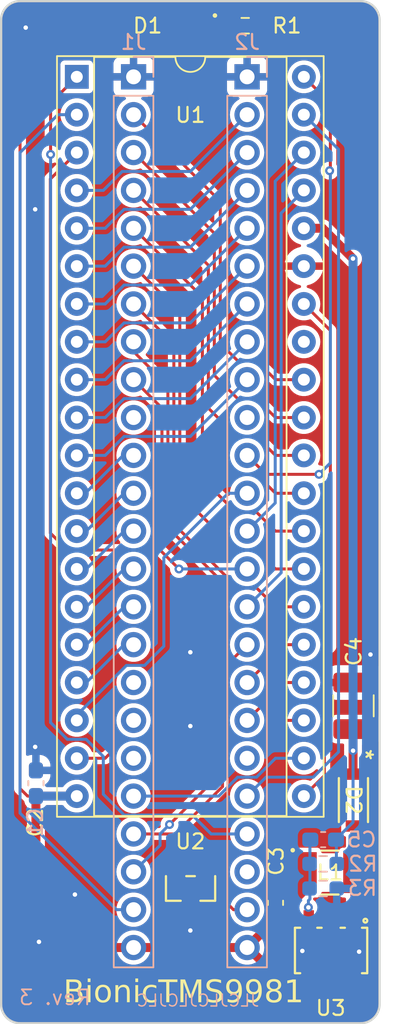
<source format=kicad_pcb>
(kicad_pcb (version 20240108) (generator "pcbnew") (generator_version "8.0")
  (title_block (title "BionicTMS9981 DC/DC") (date "2025-02-10") (rev "3") (company "Tadashi G. Takaoka"))
  (layers (0 "F.Cu" mixed) (31 "B.Cu" mixed) (34 "B.Paste" user) (35 "F.Paste" user) (36 "B.SilkS" user "B.Silkscreen") (37 "F.SilkS" user "F.Silkscreen") (38 "B.Mask" user) (39 "F.Mask" user) (44 "Edge.Cuts" user))
  (net 0 "")
  (net 1 "VCC")
  (net 2 "GND")
  (net 3 "/P53")
  (net 4 "/P26")
  (net 5 "/P27")
  (net 6 "/P47")
  (net 7 "/P46")
  (net 8 "/P25")
  (net 9 "/P24")
  (net 10 "/P23")
  (net 11 "/P22")
  (net 12 "/P21")
  (net 13 "/P20")
  (net 14 "/P34")
  (net 15 "/P35")
  (net 16 "/P17")
  (net 18 "/P16")
  (net 19 "/P15")
  (net 20 "/P40")
  (net 21 "/P14")
  (net 22 "/P13")
  (net 23 "/P42")
  (net 24 "/P12")
  (net 25 "/P11")
  (net 26 "/P10")
  (net 27 "/P33")
  (net 28 "/P32")
  (net 29 "/P31")
  (net 30 "/P30")
  (net 31 "/P51")
  (net 32 "/P55")
  (net 33 "/P43")
  (net 34 "/P50")
  (net 35 "/P52")
  (net 37 "Net-(D1-K)")
  (net 39 "/P44")
  (net 40 "/P41")
  (net 41 "/P54")
  (net 43 "/P45")
  (net 44 "Net-(J2-P57)")
  (net 47 "/dcdc+12v/+12V")
  (net 48 "Net-(U3-IN-)")
  (net 49 "Net-(D2-A)")
  (footprint "murata:IND_DFE322512F_MUR-M" (layer "F.Cu") (at 123.0726 128.4708)
    (property "Reference" "L1" (at 0 0 0) (layer "F.SilkS"))
    (property "Value" "10uH/3A")
    (fp_line (start -0.572151 1.4732) (end 0.572151 1.4732) (stroke (width 0.1524)) (layer "F.SilkS"))
    (fp_line (start 0.572151 -1.4732) (end -0.572151 -1.4732) (stroke (width 0.1524)) (layer "F.SilkS"))
    (fp_circle (center -2.5 -1.5) (end -2.4238 -1.5) (stroke (width 0.1524)) (fill none) (layer "F.SilkS"))
    (pad "1" smd rect (at -1.5748 0) (size 1.3716 2.7432) (layers "F.Cu" "F.Paste" "F.Mask") (net 1 "VCC"))
    (pad "2" smd rect (at 1.5748 0) (size 1.3716 2.7432) (layers "F.Cu" "F.Paste" "F.Mask") (net 49 "Net-(D2-A)"))
    (zone (net 0) (net_name "") (layer "F.Cu") (connect_pads (clearance 0)) (min_thickness 0.254)
      (keepout (tracks not_allowed) (vias not_allowed) (pads allowed) (copperpour not_allowed) (footprints allowed))
      (fill (thermal_gap 0.508) (thermal_bridge_width 0.508))
      (polygon (pts (xy 122.2344 127.1754) (xy 123.9108 127.1754) (xy 123.9108 129.7662) (xy 122.2344 129.7662)))
    )
  )
  (footprint "Resistor_SMD:R_0603_1608Metric_Pad0.98x0.95mm_HandSolder" (layer "F.Cu") (at 117.383 71.651)
    (property "Reference" "R1" (at 2.794 0 0) (layer "F.SilkS"))
    (property "Value" "1.6k")
    (fp_line (start -0.254724 -0.5225) (end 0.254724 -0.5225) (stroke (width 0.12)) (layer "F.SilkS"))
    (fp_line (start -0.254724 0.5225) (end 0.254724 0.5225) (stroke (width 0.12)) (layer "F.SilkS"))
    (pad "1" smd roundrect (at -0.9125 0) (size 0.975 0.95) (layers "F.Cu" "F.Paste" "F.Mask") (net 37 "Net-(D1-K)"))
    (pad "2" smd roundrect (at 0.9125 0) (size 0.975 0.95) (layers "F.Cu" "F.Paste" "F.Mask") (net 2 "GND"))
  )
  (footprint "rhom:LED_CSL1901UW1_ROM-M" (layer "F.Cu") (at 113.7 71.651 180)
    (property "Reference" "D1" (at 2.8702 0 0) (layer "F.SilkS"))
    (property "Value" "CSL1901UW1")
    (fp_circle (center -1.651 0.6858) (end -1.5748 0.6858) (stroke (width 0.1524)) (fill none) (layer "F.SilkS"))
    (pad "1" smd rect (at -0.8763 0 180) (size 0.9652 0.762) (layers "F.Cu" "F.Paste" "F.Mask") (net 37 "Net-(D1-K)"))
    (pad "2" smd rect (at 0.8763 0 180) (size 0.9652 0.762) (layers "F.Cu" "F.Paste" "F.Mask") (net 1 "VCC"))
    (zone (net 0) (net_name "") (layer "F.Cu") (connect_pads (clearance 0)) (min_thickness 0.254)
      (keepout (tracks not_allowed) (vias not_allowed) (pads allowed) (copperpour not_allowed) (footprints allowed))
      (fill (thermal_gap 0.508) (thermal_bridge_width 0.508))
      (polygon (pts (xy 114.0429 72.0066) (xy 113.3571 72.0066) (xy 113.3571 71.2954) (xy 114.0429 71.2954)))
    )
  )
  (footprint "nisshinbo:SOT-89-5_NMD-M" (layer "F.Cu") (at 123.1474 133.6982 180)
    (property "Reference" "U3" (at 0.0268 -3.8658 0) (layer "F.SilkS"))
    (property "Value" "NJW4132")
    (fp_line (start 2.4257 1.524) (end 2.4257 -1.524) (stroke (width 0.1524)) (layer "F.SilkS"))
    (fp_line (start 2.4257 -1.524) (end 2.07404 -1.524) (stroke (width 0.1524)) (layer "F.SilkS"))
    (fp_line (start 2.07404 1.524) (end 2.4257 1.524) (stroke (width 0.1524)) (layer "F.SilkS"))
    (fp_line (start 0.635665 1.524) (end 0.92596 1.524) (stroke (width 0.1524)) (layer "F.SilkS"))
    (fp_line (start -0.92596 1.524) (end -0.635665 1.524) (stroke (width 0.1524)) (layer "F.SilkS"))
    (fp_line (start -2.07404 -1.524) (end -2.4257 -1.524) (stroke (width 0.1524)) (layer "F.SilkS"))
    (fp_line (start -2.4257 1.524) (end -2.07404 1.524) (stroke (width 0.1524)) (layer "F.SilkS"))
    (fp_line (start -2.4257 -1.524) (end -2.4257 1.524) (stroke (width 0.1524)) (layer "F.SilkS"))
    (fp_circle (center -2.3 2) (end -2.173 2) (stroke (width 0.1524)) (fill none) (layer "F.SilkS"))
    (pad "1" smd rect (at -1.5 1.9 180) (size 0.7 1.6) (layers "F.Cu" "F.Paste" "F.Mask") (net 49 "Net-(D2-A)"))
    (pad "2" smd custom (at 0 -0.05 180) (size 1 5.5) (layers "F.Cu" "F.Paste" "F.Mask") (net 2 "GND") (options (clearance outline) (anchor rect)) (primitives (gr_poly (pts (xy -0.5 -1.05) (xy 0.5 -1.05) (xy 1 -0.35) (xy 1 0.45) (xy 0.5 1.15) (xy -0.5 1.15) (xy -1 0.45) (xy -1 -0.35)) (width 0) (fill yes))))
    (pad "3" smd rect (at 1.5 1.9 180) (size 0.7 1.6) (layers "F.Cu" "F.Paste" "F.Mask") (net 48 "Net-(U3-IN-)"))
    (pad "4" smd rect (at 1.5 -1.95 180) (size 0.7 1.7) (layers "F.Cu" "F.Paste" "F.Mask") (net 1 "VCC"))
    (pad "5" smd rect (at -1.5 -1.95 180) (size 0.7 1.7) (layers "F.Cu" "F.Paste" "F.Mask") (net 1 "VCC"))
  )
  (footprint "microchip:SOT-23_MC_MCH-M" (layer "F.Cu") (at 113.715199 129.5368 180)
    (property "Reference" "U2" (at 0.015199 3.1488 0) (layer "F.SilkS"))
    (property "Value" "11AA010-I/TT")
    (fp_line (start 1.652 0.827) (end 1.652 -0.827) (stroke (width 0.1524)) (layer "F.SilkS"))
    (fp_line (start 1.652 -0.827) (end 0.66294 -0.827) (stroke (width 0.1524)) (layer "F.SilkS"))
    (fp_line (start -0.287061 0.827) (end 0.287061 0.827) (stroke (width 0.1524)) (layer "F.SilkS"))
    (fp_line (start -0.66294 -0.827) (end -1.652 -0.827) (stroke (width 0.1524)) (layer "F.SilkS"))
    (fp_line (start -1.652 -0.827) (end -1.652 0.827) (stroke (width 0.1524)) (layer "F.SilkS"))
    (pad "1" smd rect (at -0.950001 1.066 180) (size 0.6604 1.6256) (layers "F.Cu" "F.Paste" "F.Mask") (net 44 "Net-(J2-P57)"))
    (pad "2" smd rect (at 0.950001 1.066 180) (size 0.6604 1.6256) (layers "F.Cu" "F.Paste" "F.Mask") (net 1 "VCC"))
    (pad "3" smd rect (at 0 -1.066 180) (size 0.6604 1.6256) (layers "F.Cu" "F.Paste" "F.Mask") (net 2 "GND"))
  )
  (footprint "bionic:DIP-40_W15.24mm_Socket" (layer "F.Cu") (at 106.08 75.08)
    (property "Reference" "U1" (at 7.62 2.5654 0) (layer "F.SilkS"))
    (property "Value" "TMS9981")
    (fp_line (start -1.33 -1.39) (end -1.33 49.65) (stroke (width 0.12)) (layer "F.SilkS"))
    (fp_line (start -1.33 49.65) (end 16.57 49.65) (stroke (width 0.12)) (layer "F.SilkS"))
    (fp_line (start 1.16 -1.33) (end 1.16 49.59) (stroke (width 0.12)) (layer "F.SilkS"))
    (fp_line (start 1.16 49.59) (end 14.08 49.59) (stroke (width 0.12)) (layer "F.SilkS"))
    (fp_line (start 6.62 -1.33) (end 1.16 -1.33) (stroke (width 0.12)) (layer "F.SilkS"))
    (fp_line (start 14.08 -1.33) (end 8.62 -1.33) (stroke (width 0.12)) (layer "F.SilkS"))
    (fp_line (start 14.08 49.59) (end 14.08 -1.33) (stroke (width 0.12)) (layer "F.SilkS"))
    (fp_line (start 16.57 -1.39) (end -1.33 -1.39) (stroke (width 0.12)) (layer "F.SilkS"))
    (fp_line (start 16.57 49.65) (end 16.57 -1.39) (stroke (width 0.12)) (layer "F.SilkS"))
    (fp_arc (start 8.62 -1.33) (mid 7.62 -0.33) (end 6.62 -1.33) (stroke (width 0.12)) (layer "F.SilkS"))
    (pad "1" thru_hole rect (at 0 0) (size 1.6 1.6) (drill 0.8) (layers "*.Cu" "*.Mask") (net 32 "/P55"))
    (pad "2" thru_hole oval (at 0 2.54) (size 1.6 1.6) (drill 0.8) (layers "*.Cu" "*.Mask") (net 3 "/P53"))
    (pad "3" thru_hole oval (at 0 5.08) (size 1.6 1.6) (drill 0.8) (layers "*.Cu" "*.Mask") (net 33 "/P43"))
    (pad "4" thru_hole oval (at 0 7.62) (size 1.6 1.6) (drill 0.8) (layers "*.Cu" "*.Mask") (net 13 "/P20"))
    (pad "5" thru_hole oval (at 0 10.16) (size 1.6 1.6) (drill 0.8) (layers "*.Cu" "*.Mask") (net 12 "/P21"))
    (pad "6" thru_hole oval (at 0 12.7) (size 1.6 1.6) (drill 0.8) (layers "*.Cu" "*.Mask") (net 11 "/P22"))
    (pad "7" thru_hole oval (at 0 15.24) (size 1.6 1.6) (drill 0.8) (layers "*.Cu" "*.Mask") (net 10 "/P23"))
    (pad "8" thru_hole oval (at 0 17.78) (size 1.6 1.6) (drill 0.8) (layers "*.Cu" "*.Mask") (net 9 "/P24"))
    (pad "9" thru_hole oval (at 0 20.32) (size 1.6 1.6) (drill 0.8) (layers "*.Cu" "*.Mask") (net 8 "/P25"))
    (pad "10" thru_hole oval (at 0 22.86) (size 1.6 1.6) (drill 0.8) (layers "*.Cu" "*.Mask") (net 4 "/P26"))
    (pad "11" thru_hole oval (at 0 25.4) (size 1.6 1.6) (drill 0.8) (layers "*.Cu" "*.Mask") (net 5 "/P27"))
    (pad "12" thru_hole oval (at 0 27.94) (size 1.6 1.6) (drill 0.8) (layers "*.Cu" "*.Mask") (net 30 "/P30"))
    (pad "13" thru_hole oval (at 0 30.48) (size 1.6 1.6) (drill 0.8) (layers "*.Cu" "*.Mask") (net 29 "/P31"))
    (pad "14" thru_hole oval (at 0 33.02) (size 1.6 1.6) (drill 0.8) (layers "*.Cu" "*.Mask") (net 28 "/P32"))
    (pad "15" thru_hole oval (at 0 35.56) (size 1.6 1.6) (drill 0.8) (layers "*.Cu" "*.Mask") (net 27 "/P33"))
    (pad "16" thru_hole oval (at 0 38.1) (size 1.6 1.6) (drill 0.8) (layers "*.Cu" "*.Mask") (net 14 "/P34"))
    (pad "17" thru_hole oval (at 0 40.64) (size 1.6 1.6) (drill 0.8) (layers "*.Cu" "*.Mask") (net 15 "/P35"))
    (pad "18" thru_hole oval (at 0 43.18) (size 1.6 1.6) (drill 0.8) (layers "*.Cu" "*.Mask") (net 40 "/P41"))
    (pad "19" thru_hole oval (at 0 45.72) (size 1.6 1.6) (drill 0.8) (layers "*.Cu" "*.Mask") (net 43 "/P45"))
    (pad "20" thru_hole oval (at 0 48.26) (size 1.6 1.6) (drill 0.8) (layers "*.Cu" "*.Mask") (net 1 "VCC"))
    (pad "21" thru_hole oval (at 15.24 48.26) (size 1.6 1.6) (drill 0.8) (layers "*.Cu" "*.Mask") (net 6 "/P47"))
    (pad "22" thru_hole oval (at 15.24 45.72) (size 1.6 1.6) (drill 0.8) (layers "*.Cu" "*.Mask") (net 34 "/P50"))
    (pad "23" thru_hole oval (at 15.24 43.18) (size 1.6 1.6) (drill 0.8) (layers "*.Cu" "*.Mask") (net 31 "/P51"))
    (pad "24" thru_hole oval (at 15.24 40.64) (size 1.6 1.6) (drill 0.8) (layers "*.Cu" "*.Mask") (net 35 "/P52"))
    (pad "25" thru_hole oval (at 15.24 38.1) (size 1.6 1.6) (drill 0.8) (layers "*.Cu" "*.Mask") (net 16 "/P17"))
    (pad "26" thru_hole oval (at 15.24 35.56) (size 1.6 1.6) (drill 0.8) (layers "*.Cu" "*.Mask") (net 18 "/P16"))
    (pad "27" thru_hole oval (at 15.24 33.02) (size 1.6 1.6) (drill 0.8) (layers "*.Cu" "*.Mask") (net 19 "/P15"))
    (pad "28" thru_hole oval (at 15.24 30.48) (size 1.6 1.6) (drill 0.8) (layers "*.Cu" "*.Mask") (net 21 "/P14"))
    (pad "29" thru_hole oval (at 15.24 27.94) (size 1.6 1.6) (drill 0.8) (layers "*.Cu" "*.Mask") (net 22 "/P13"))
    (pad "30" thru_hole oval (at 15.24 25.4) (size 1.6 1.6) (drill 0.8) (layers "*.Cu" "*.Mask") (net 24 "/P12"))
    (pad "31" thru_hole oval (at 15.24 22.86) (size 1.6 1.6) (drill 0.8) (layers "*.Cu" "*.Mask") (net 25 "/P11"))
    (pad "32" thru_hole oval (at 15.24 20.32) (size 1.6 1.6) (drill 0.8) (layers "*.Cu" "*.Mask") (net 26 "/P10"))
    (pad "33" thru_hole oval (at 15.24 17.78) (size 1.6 1.6) (drill 0.8) (layers "*.Cu" "*.Mask"))
    (pad "34" thru_hole oval (at 15.24 15.24) (size 1.6 1.6) (drill 0.8) (layers "*.Cu" "*.Mask") (net 7 "/P46"))
    (pad "35" thru_hole oval (at 15.24 12.7) (size 1.6 1.6) (drill 0.8) (layers "*.Cu" "*.Mask") (net 2 "GND"))
    (pad "36" thru_hole oval (at 15.24 10.16) (size 1.6 1.6) (drill 0.8) (layers "*.Cu" "*.Mask") (net 47 "/dcdc+12v/+12V"))
    (pad "37" thru_hole oval (at 15.24 7.62) (size 1.6 1.6) (drill 0.8) (layers "*.Cu" "*.Mask") (net 39 "/P44"))
    (pad "38" thru_hole oval (at 15.24 5.08) (size 1.6 1.6) (drill 0.8) (layers "*.Cu" "*.Mask") (net 23 "/P42"))
    (pad "39" thru_hole oval (at 15.24 2.54) (size 1.6 1.6) (drill 0.8) (layers "*.Cu" "*.Mask") (net 41 "/P54"))
    (pad "40" thru_hole oval (at 15.24 0) (size 1.6 1.6) (drill 0.8) (layers "*.Cu" "*.Mask") (net 20 "/P40"))
  )
  (footprint "Capacitor_SMD:C_0603_1608Metric_Pad1.08x0.95mm_HandSolder" (layer "F.Cu") (at 119.415 130.5017 90)
    (property "Reference" "C3" (at 2.7929 0.0254 90) (layer "F.SilkS"))
    (property "Value" "10uF/50V")
    (fp_line (start -0.146267 -0.51) (end 0.146267 -0.51) (stroke (width 0.12)) (layer "F.SilkS"))
    (fp_line (start -0.146267 0.51) (end 0.146267 0.51) (stroke (width 0.12)) (layer "F.SilkS"))
    (pad "1" smd roundrect (at -0.8625 0 90) (size 1.075 0.95) (layers "F.Cu" "F.Paste" "F.Mask") (net 1 "VCC"))
    (pad "2" smd roundrect (at 0.8625 0 90) (size 1.075 0.95) (layers "F.Cu" "F.Paste" "F.Mask") (net 2 "GND"))
  )
  (footprint "Capacitor_SMD:C_0603_1608Metric_Pad1.08x0.95mm_HandSolder" (layer "F.Cu") (at 103.3368 122.4764 90)
    (property "Reference" "C2" (at -2.6416 -0.0508 90) (layer "F.SilkS"))
    (property "Value" "0.1u")
    (fp_line (start -0.146267 -0.51) (end 0.146267 -0.51) (stroke (width 0.12)) (layer "F.SilkS"))
    (fp_line (start -0.146267 0.51) (end 0.146267 0.51) (stroke (width 0.12)) (layer "F.SilkS"))
    (pad "1" smd roundrect (at -0.8625 0 90) (size 1.075 0.95) (layers "F.Cu" "F.Paste" "F.Mask") (net 1 "VCC"))
    (pad "2" smd roundrect (at 0.8625 0 90) (size 1.075 0.95) (layers "F.Cu" "F.Paste" "F.Mask") (net 2 "GND"))
  )
  (footprint "murata:CR_60M-60_ROM-M" (layer "F.Cu") (at 124.6474 123.6067 -90)
    (property "Reference" "D2" (at 0 0 -90) (layer "F.SilkS"))
    (property "Value" "30V/1A")
    (fp_line (start -1.4732 0.9779) (end 1.4732 0.9779) (stroke (width 0.1524)) (layer "F.SilkS"))
    (fp_line (start 1.4732 -0.9779) (end -1.4732 -0.9779) (stroke (width 0.1524)) (layer "F.SilkS"))
    (fp_text user "*" (at -3.048 -0.762 -90) (layer "F.SilkS"))
    (pad "1" smd rect (at -1.7399 0 270) (size 0.762 1.0414) (layers "F.Cu" "F.Paste" "F.Mask") (net 47 "/dcdc+12v/+12V"))
    (pad "2" smd rect (at 1.7399 0 270) (size 0.762 1.0414) (layers "F.Cu" "F.Paste" "F.Mask") (net 49 "Net-(D2-A)"))
    (zone (net 0) (net_name "") (layer "F.Cu") (connect_pads (clearance 0)) (min_thickness 0.254)
      (keepout (tracks not_allowed) (vias not_allowed) (pads allowed) (copperpour not_allowed) (footprints allowed))
      (fill (thermal_gap 0.508) (thermal_bridge_width 0.508))
      (polygon (pts (xy 125.4475 122.2986) (xy 125.4475 124.9148) (xy 123.8473 124.9148) (xy 123.8473 122.2986)))
    )
  )
  (footprint "Capacitor_SMD:C_1210_3225Metric_Pad1.33x2.70mm_HandSolder" (layer "F.Cu") (at 124.6474 117.2825 90)
    (property "Reference" "C4" (at 3.6445 0.0254 90) (layer "F.SilkS"))
    (property "Value" "22uF/16V")
    (fp_line (start -0.711252 -1.36) (end 0.711252 -1.36) (stroke (width 0.12)) (layer "F.SilkS"))
    (fp_line (start -0.711252 1.36) (end 0.711252 1.36) (stroke (width 0.12)) (layer "F.SilkS"))
    (pad "1" smd roundrect (at -1.5625 0 90) (size 1.325 2.7) (layers "F.Cu" "F.Paste" "F.Mask") (roundrect_rratio 0.188679) (net 47 "/dcdc+12v/+12V"))
    (pad "2" smd roundrect (at 1.5625 0 90) (size 1.325 2.7) (layers "F.Cu" "F.Paste" "F.Mask") (roundrect_rratio 0.188679) (net 2 "GND"))
  )
  (footprint "bionic:Bionic-P135_Vertical" (layer "B.Cu") (at 109.89 75.08 180)
    (property "Reference" "J1" (at 0 2.33 0) (layer "B.SilkS") (effects (justify mirror)))
    (property "Value" "Bionic-P135")
    (fp_line (start 1.33 -1.27) (end -1.33 -1.27) (stroke (width 0.12)) (layer "B.SilkS"))
    (fp_line (start 1.33 -59.75) (end 1.33 -1.27) (stroke (width 0.12)) (layer "B.SilkS"))
    (fp_line (start 1.33 -59.75) (end -1.33 -59.75) (stroke (width 0.12)) (layer "B.SilkS"))
    (fp_line (start 0 1.33) (end -1.33 1.33) (stroke (width 0.12)) (layer "B.SilkS"))
    (fp_line (start -1.33 1.33) (end -1.33 0) (stroke (width 0.12)) (layer "B.SilkS"))
    (fp_line (start -1.33 -59.75) (end -1.33 -1.27) (stroke (width 0.12)) (layer "B.SilkS"))
    (pad "1" thru_hole rect (at 0 0 180) (size 1.7 1.7) (drill 1) (layers "*.Cu" "*.Mask") (net 2 "GND"))
    (pad "2" thru_hole oval (at 0 -2.54 180) (size 1.7 1.7) (drill 1) (layers "*.Cu" "*.Mask") (net 26 "/P10"))
    (pad "3" thru_hole oval (at 0 -5.08 180) (size 1.7 1.7) (drill 1) (layers "*.Cu" "*.Mask") (net 25 "/P11"))
    (pad "4" thru_hole oval (at 0 -7.62 180) (size 1.7 1.7) (drill 1) (layers "*.Cu" "*.Mask") (net 24 "/P12"))
    (pad "5" thru_hole oval (at 0 -10.16 180) (size 1.7 1.7) (drill 1) (layers "*.Cu" "*.Mask") (net 22 "/P13"))
    (pad "6" thru_hole oval (at 0 -12.7 180) (size 1.7 1.7) (drill 1) (layers "*.Cu" "*.Mask") (net 21 "/P14"))
    (pad "7" thru_hole oval (at 0 -15.24 180) (size 1.7 1.7) (drill 1) (layers "*.Cu" "*.Mask") (net 19 "/P15"))
    (pad "8" thru_hole oval (at 0 -17.78 180) (size 1.7 1.7) (drill 1) (layers "*.Cu" "*.Mask") (net 18 "/P16"))
    (pad "9" thru_hole oval (at 0 -20.32 180) (size 1.7 1.7) (drill 1) (layers "*.Cu" "*.Mask") (net 16 "/P17"))
    (pad "10" thru_hole oval (at 0 -22.86 180) (size 1.7 1.7) (drill 1) (layers "*.Cu" "*.Mask"))
    (pad "11" thru_hole oval (at 0 -25.4 180) (size 1.7 1.7) (drill 1) (layers "*.Cu" "*.Mask") (net 30 "/P30"))
    (pad "12" thru_hole oval (at 0 -27.94 180) (size 1.7 1.7) (drill 1) (layers "*.Cu" "*.Mask") (net 29 "/P31"))
    (pad "13" thru_hole oval (at 0 -30.48 180) (size 1.7 1.7) (drill 1) (layers "*.Cu" "*.Mask") (net 28 "/P32"))
    (pad "14" thru_hole oval (at 0 -33.02 180) (size 1.7 1.7) (drill 1) (layers "*.Cu" "*.Mask") (net 27 "/P33"))
    (pad "15" thru_hole oval (at 0 -35.56 180) (size 1.7 1.7) (drill 1) (layers "*.Cu" "*.Mask") (net 14 "/P34"))
    (pad "16" thru_hole oval (at 0 -38.1 180) (size 1.7 1.7) (drill 1) (layers "*.Cu" "*.Mask") (net 15 "/P35"))
    (pad "17" thru_hole oval (at 0 -40.64 180) (size 1.7 1.7) (drill 1) (layers "*.Cu" "*.Mask"))
    (pad "18" thru_hole oval (at 0 -43.18 180) (size 1.7 1.7) (drill 1) (layers "*.Cu" "*.Mask"))
    (pad "19" thru_hole oval (at 0 -45.72 180) (size 1.7 1.7) (drill 1) (layers "*.Cu" "*.Mask"))
    (pad "20" thru_hole oval (at 0 -48.26 180) (size 1.7 1.7) (drill 1) (layers "*.Cu" "*.Mask") (net 34 "/P50"))
    (pad "21" thru_hole oval (at 0 -50.8 180) (size 1.7 1.7) (drill 1) (layers "*.Cu" "*.Mask") (net 31 "/P51"))
    (pad "22" thru_hole oval (at 0 -53.34 180) (size 1.7 1.7) (drill 1) (layers "*.Cu" "*.Mask") (net 35 "/P52"))
    (pad "23" thru_hole oval (at 0 -55.88 180) (size 1.7 1.7) (drill 1) (layers "*.Cu" "*.Mask") (net 3 "/P53"))
    (pad "24" thru_hole oval (at 0 -58.42 180) (size 1.7 1.7) (drill 1) (layers "*.Cu" "*.Mask") (net 1 "VCC"))
  )
  (footprint "Resistor_SMD:R_0603_1608Metric_Pad0.98x0.95mm_HandSolder" (layer "B.Cu") (at 122.6154 129.5376)
    (property "Reference" "R3" (at 2.6416 -0.0254 0) (layer "B.SilkS") (effects (justify mirror)))
    (property "Value" "20k")
    (fp_line (start 0.254724 -0.5225) (end -0.254724 -0.5225) (stroke (width 0.12)) (layer "B.SilkS"))
    (fp_line (start 0.254724 0.5225) (end -0.254724 0.5225) (stroke (width 0.12)) (layer "B.SilkS"))
    (pad "1" smd roundrect (at -0.9125 0) (size 0.975 0.95) (layers "B.Cu" "B.Paste" "B.Mask") (net 48 "Net-(U3-IN-)"))
    (pad "2" smd roundrect (at 0.9125 0) (size 0.975 0.95) (layers "B.Cu" "B.Paste" "B.Mask") (net 2 "GND"))
  )
  (footprint "Capacitor_SMD:C_0603_1608Metric_Pad1.08x0.95mm_HandSolder" (layer "B.Cu") (at 122.6154 126.261 180)
    (property "Reference" "C5" (at -2.5908 0 0) (layer "B.SilkS") (effects (justify mirror)))
    (property "Value" "15pF")
    (fp_line (start 0.146267 0.51) (end -0.146267 0.51) (stroke (width 0.12)) (layer "B.SilkS"))
    (fp_line (start 0.146267 -0.51) (end -0.146267 -0.51) (stroke (width 0.12)) (layer "B.SilkS"))
    (pad "1" smd roundrect (at -0.8625 0 180) (size 1.075 0.95) (layers "B.Cu" "B.Paste" "B.Mask") (net 47 "/dcdc+12v/+12V"))
    (pad "2" smd roundrect (at 0.8625 0 180) (size 1.075 0.95) (layers "B.Cu" "B.Paste" "B.Mask") (net 48 "Net-(U3-IN-)"))
  )
  (footprint "bionic:Bionic-P245_Vertical" (layer "B.Cu") (at 117.51 75.08 180)
    (property "Reference" "J2" (at 0 2.33 0) (layer "B.SilkS") (effects (justify mirror)))
    (property "Value" "Bionic-P245")
    (fp_line (start 1.33 -1.27) (end -1.33 -1.27) (stroke (width 0.12)) (layer "B.SilkS"))
    (fp_line (start 1.33 -59.75) (end 1.33 -1.27) (stroke (width 0.12)) (layer "B.SilkS"))
    (fp_line (start 1.33 -59.75) (end -1.33 -59.75) (stroke (width 0.12)) (layer "B.SilkS"))
    (fp_line (start 0 1.33) (end -1.33 1.33) (stroke (width 0.12)) (layer "B.SilkS"))
    (fp_line (start -1.33 1.33) (end -1.33 0) (stroke (width 0.12)) (layer "B.SilkS"))
    (fp_line (start -1.33 -59.75) (end -1.33 -1.27) (stroke (width 0.12)) (layer "B.SilkS"))
    (pad "25" thru_hole oval (at 0 -58.42 180) (size 1.7 1.7) (drill 1) (layers "*.Cu" "*.Mask") (net 1 "VCC"))
    (pad "26" thru_hole oval (at 0 -55.88 180) (size 1.7 1.7) (drill 1) (layers "*.Cu" "*.Mask") (net 44 "Net-(J2-P57)"))
    (pad "27" thru_hole oval (at 0 -53.34 180) (size 1.7 1.7) (drill 1) (layers "*.Cu" "*.Mask"))
    (pad "28" thru_hole oval (at 0 -50.8 180) (size 1.7 1.7) (drill 1) (layers "*.Cu" "*.Mask") (net 32 "/P55"))
    (pad "29" thru_hole oval (at 0 -48.26 180) (size 1.7 1.7) (drill 1) (layers "*.Cu" "*.Mask") (net 41 "/P54"))
    (pad "30" thru_hole oval (at 0 -45.72 180) (size 1.7 1.7) (drill 1) (layers "*.Cu" "*.Mask"))
    (pad "31" thru_hole oval (at 0 -43.18 180) (size 1.7 1.7) (drill 1) (layers "*.Cu" "*.Mask") (net 6 "/P47"))
    (pad "32" thru_hole oval (at 0 -40.64 180) (size 1.7 1.7) (drill 1) (layers "*.Cu" "*.Mask") (net 7 "/P46"))
    (pad "33" thru_hole oval (at 0 -38.1 180) (size 1.7 1.7) (drill 1) (layers "*.Cu" "*.Mask") (net 43 "/P45"))
    (pad "34" thru_hole oval (at 0 -35.56 180) (size 1.7 1.7) (drill 1) (layers "*.Cu" "*.Mask") (net 39 "/P44"))
    (pad "35" thru_hole oval (at 0 -33.02 180) (size 1.7 1.7) (drill 1) (layers "*.Cu" "*.Mask") (net 33 "/P43"))
    (pad "36" thru_hole oval (at 0 -30.48 180) (size 1.7 1.7) (drill 1) (layers "*.Cu" "*.Mask") (net 23 "/P42"))
    (pad "37" thru_hole oval (at 0 -27.94 180) (size 1.7 1.7) (drill 1) (layers "*.Cu" "*.Mask") (net 40 "/P41"))
    (pad "38" thru_hole oval (at 0 -25.4 180) (size 1.7 1.7) (drill 1) (layers "*.Cu" "*.Mask") (net 20 "/P40"))
    (pad "39" thru_hole oval (at 0 -22.86 180) (size 1.7 1.7) (drill 1) (layers "*.Cu" "*.Mask"))
    (pad "40" thru_hole oval (at 0 -20.32 180) (size 1.7 1.7) (drill 1) (layers "*.Cu" "*.Mask") (net 5 "/P27"))
    (pad "41" thru_hole oval (at 0 -17.78 180) (size 1.7 1.7) (drill 1) (layers "*.Cu" "*.Mask") (net 4 "/P26"))
    (pad "42" thru_hole oval (at 0 -15.24 180) (size 1.7 1.7) (drill 1) (layers "*.Cu" "*.Mask") (net 8 "/P25"))
    (pad "43" thru_hole oval (at 0 -12.7 180) (size 1.7 1.7) (drill 1) (layers "*.Cu" "*.Mask") (net 9 "/P24"))
    (pad "44" thru_hole oval (at 0 -10.16 180) (size 1.7 1.7) (drill 1) (layers "*.Cu" "*.Mask") (net 10 "/P23"))
    (pad "45" thru_hole oval (at 0 -7.62 180) (size 1.7 1.7) (drill 1) (layers "*.Cu" "*.Mask") (net 11 "/P22"))
    (pad "46" thru_hole oval (at 0 -5.08 180) (size 1.7 1.7) (drill 1) (layers "*.Cu" "*.Mask") (net 12 "/P21"))
    (pad "47" thru_hole oval (at 0 -2.54 180) (size 1.7 1.7) (drill 1) (layers "*.Cu" "*.Mask") (net 13 "/P20"))
    (pad "48" thru_hole rect (at 0 0 180) (size 1.7 1.7) (drill 1) (layers "*.Cu" "*.Mask") (net 2 "GND"))
  )
  (footprint "Capacitor_SMD:C_0603_1608Metric_Pad1.08x0.95mm_HandSolder" (layer "B.Cu") (at 103.3368 122.4764 90)
    (property "Reference" "C1" (at -2.6416 -0.0508 90) (layer "B.SilkS") (effects (justify mirror)))
    (property "Value" "22U")
    (fp_line (start 0.146267 -0.51) (end -0.146267 -0.51) (stroke (width 0.12)) (layer "B.SilkS"))
    (fp_line (start 0.146267 0.51) (end -0.146267 0.51) (stroke (width 0.12)) (layer "B.SilkS"))
    (pad "1" smd roundrect (at -0.8625 0 90) (size 1.075 0.95) (layers "B.Cu" "B.Paste" "B.Mask") (net 1 "VCC"))
    (pad "2" smd roundrect (at 0.8625 0 90) (size 1.075 0.95) (layers "B.Cu" "B.Paste" "B.Mask") (net 2 "GND"))
  )
  (footprint "Resistor_SMD:R_0603_1608Metric_Pad0.98x0.95mm_HandSolder" (layer "B.Cu") (at 122.6154 127.8866 180)
    (property "Reference" "R2" (at -2.667 0 0) (layer "B.SilkS") (effects (justify mirror)))
    (property "Value" "220k")
    (fp_line (start 0.254724 0.5225) (end -0.254724 0.5225) (stroke (width 0.12)) (layer "B.SilkS"))
    (fp_line (start 0.254724 -0.5225) (end -0.254724 -0.5225) (stroke (width 0.12)) (layer "B.SilkS"))
    (pad "1" smd roundrect (at -0.9125 0 180) (size 0.975 0.95) (layers "B.Cu" "B.Paste" "B.Mask") (net 47 "/dcdc+12v/+12V"))
    (pad "2" smd roundrect (at 0.9125 0 180) (size 0.975 0.95) (layers "B.Cu" "B.Paste" "B.Mask") (net 48 "Net-(U3-IN-)"))
  )
  (gr_arc (start 125.13 70) (mid 126.028026 70.371974) (end 126.4 71.27) (stroke (width 0.15)) (layer "Edge.Cuts"))
  (gr_arc (start 102.27 138.58) (mid 101.371974 138.208026) (end 101 137.31) (stroke (width 0.15)) (layer "Edge.Cuts"))
  (gr_line (start 126.4 71.27) (end 126.4 137.31) (stroke (width 0.15)) (layer "Edge.Cuts"))
  (gr_arc (start 126.4 137.31) (mid 126.028026 138.208026) (end 125.13 138.58) (stroke (width 0.15)) (layer "Edge.Cuts"))
  (gr_line (start 102.27 138.58) (end 125.13 138.58) (stroke (width 0.15)) (layer "Edge.Cuts"))
  (gr_line (start 102.27 70) (end 125.13 70) (stroke (width 0.15)) (layer "Edge.Cuts"))
  (gr_arc (start 101 71.27) (mid 101.371974 70.371974) (end 102.27 70) (stroke (width 0.15)) (layer "Edge.Cuts"))
  (gr_line (start 101 71.27) (end 101 137.31) (stroke (width 0.15)) (layer "Edge.Cuts"))
  (gr_text "Rev. 3" (at 107.096 137.437 0) (layer "B.SilkS") (effects (font (size 1 1)) (justify left bottom mirror)))
  (gr_text "JLCJLCJLCJLC" (at 114.208 137.056 0) (layer "B.SilkS") (effects (font (size 0.8 0.8)) (justify mirror)))
  (gr_text "BionicTMS9981" (at 113.2428 136.548 0) (layer "F.SilkS") (effects (font (size 1.5 1.5))))
  (segment (start 121.4724 129.5376) (end 121.4724 128.4708) (width 0.6) (layer "F.Cu") (net 1))
  (segment (start 102.7769 123.3389) (end 103.3368 123.3389) (width 0.2) (layer "F.Cu") (net 1))
  (segment (start 112.765198 128.4708) (end 112.765198 133.469602) (width 0.2) (layer "F.Cu") (net 1))
  (segment (start 102.27 74.318) (end 102.27 122.832) (width 0.2) (layer "F.Cu") (net 1))
  (segment (start 117.5608 133.5) (end 117.51 133.5) (width 0.6) (layer "F.Cu") (net 1))
  (segment (start 109.89 133.5) (end 106.969 133.5) (width 0.6) (layer "F.Cu") (net 1))
  (segment (start 112.765198 133.469602) (end 112.7348 133.5) (width 0.2) (layer "F.Cu") (net 1))
  (segment (start 106.0789 123.3389) (end 106.08 123.34) (width 0.6) (layer "F.Cu") (net 1))
  (segment (start 103.3368 129.8678) (end 103.3368 123.3389) (width 0.6) (layer "F.Cu") (net 1))
  (segment (start 124.21018 137.4624) (end 124.6474 137.02518) (width 0.6) (layer "F.Cu") (net 1))
  (segment (start 102.27 122.832) (end 102.7769 123.3389) (width 0.2) (layer "F.Cu") (net 1))
  (segment (start 112.7348 133.5) (end 109.89 133.5) (width 0.6) (layer "F.Cu") (net 1))
  (segment (start 103.3367 123.339) (end 103.3368 123.3389) (width 0.6) (layer "F.Cu") (net 1))
  (segment (start 117.51 133.5) (end 121.4724 129.5376) (width 0.6) (layer "F.Cu") (net 1))
  (segment (start 121.5232 137.4624) (end 121.6474 137.3382) (width 0.2) (layer "F.Cu") (net 1))
  (segment (start 121.6474 137.3382) (end 121.6474 135.6482) (width 0.2) (layer "F.Cu") (net 1))
  (segment (start 112.8237 71.651) (end 104.937 71.651) (width 0.2) (layer "F.Cu") (net 1))
  (segment (start 121.5232 137.4624) (end 124.21018 137.4624) (width 0.6) (layer "F.Cu") (net 1))
  (segment (start 106.969 133.5) (end 103.3368 129.8678) (width 0.6) (layer "F.Cu") (net 1))
  (segment (start 124.6474 137.02518) (end 124.6474 135.6482) (width 0.6) (layer "F.Cu") (net 1))
  (segment (start 117.51 133.5) (end 112.7348 133.5) (width 0.6) (layer "F.Cu") (net 1))
  (segment (start 103.3368 123.3389) (end 106.0789 123.3389) (width 0.6) (layer "F.Cu") (net 1))
  (segment (start 104.937 71.651) (end 102.27 74.318) (width 0.2) (layer "F.Cu") (net 1))
  (segment (start 121.5232 137.4624) (end 117.5608 133.5) (width 0.6) (layer "F.Cu") (net 1))
  (segment (start 103.3379 123.34) (end 103.3368 123.3389) (width 0.6) (layer "B.Cu") (net 1))
  (segment (start 103.3374 123.3395) (end 103.3368 123.3389) (width 0.6) (layer "B.Cu") (net 1))
  (segment (start 103.3375 123.3395) (end 103.3374 123.3395) (width 0.6) (layer "B.Cu") (net 1))
  (segment (start 106.08 123.34) (end 103.3379 123.34) (width 0.6) (layer "B.Cu") (net 1))
  (segment (start 122.717 87.78) (end 121.32 87.78) (width 0.4) (layer "F.Cu") (net 2))
  (segment (start 121.32 87.78) (end 119.923 87.78) (width 0.4) (layer "F.Cu") (net 2))
  (via (at 121.2184 133.7286) (size 0.6) (drill 0.3) (layers "F.Cu" "B.Cu") (net 2))
  (via (at 102.651 71.778) (size 0.6) (drill 0.3) (layers "F.Cu" "B.Cu") (net 2))
  (via (at 103.54 133.119) (size 0.6) (drill 0.3) (layers "F.Cu" "B.Cu") (net 2))
  (via (at 113.7 118.641) (size 0.6) (drill 0.3) (layers "F.Cu" "B.Cu") (net 2))
  (via (at 113.7 132.357) (size 0.6) (drill 0.3) (layers "F.Cu" "B.Cu") (net 2))
  (via (at 103.286 120.038) (size 0.6) (drill 0.3) (layers "F.Cu" "B.Cu") (net 2))
  (via (at 105.953 129.944) (size 0.6) (drill 0.3) (layers "F.Cu" "B.Cu") (net 2))
  (via (at 113.7 113.688) (size 0.6) (drill 0.3) (layers "F.Cu" "B.Cu") (net 2))
  (via (at 103.286 83.97) (size 0.6) (drill 0.3) (layers "F.Cu" "B.Cu") (net 2))
  (via (at 125.7904 113.8404) (size 0.6) (drill 0.3) (layers "F.Cu" "B.Cu") (net 2))
  (via (at 125.0284 133.7794) (size 0.6) (drill 0.3) (layers "F.Cu" "B.Cu") (net 2))
  (segment (start 102.27 124.483) (end 108.747 130.96) (width 0.2) (layer "B.Cu") (net 3))
  (segment (start 104.81 77.62) (end 102.27 80.16) (width 0.2) (layer "B.Cu") (net 3))
  (segment (start 106.08 77.62) (end 104.81 77.62) (width 0.2) (layer "B.Cu") (net 3))
  (segment (start 108.747 130.96) (end 109.89 130.96) (width 0.2) (layer "B.Cu") (net 3))
  (segment (start 102.27 80.16) (end 102.27 124.483) (width 0.2) (layer "B.Cu") (net 3))
  (segment (start 117.51 92.86) (end 113.7 96.67) (width 0.2) (layer "B.Cu") (net 4))
  (segment (start 107.985 97.94) (end 106.08 97.94) (width 0.2) (layer "B.Cu") (net 4))
  (segment (start 109.255 96.67) (end 107.985 97.94) (width 0.2) (layer "B.Cu") (net 4))
  (segment (start 113.7 96.67) (end 109.255 96.67) (width 0.2) (layer "B.Cu") (net 4))
  (segment (start 107.985 100.48) (end 106.08 100.48) (width 0.2) (layer "B.Cu") (net 5))
  (segment (start 113.7 99.21) (end 109.255 99.21) (width 0.2) (layer "B.Cu") (net 5))
  (segment (start 109.255 99.21) (end 107.985 100.48) (width 0.2) (layer "B.Cu") (net 5))
  (segment (start 117.51 95.4) (end 113.7 99.21) (width 0.2) (layer "B.Cu") (net 5))
  (segment (start 122.6916 117.7266) (end 122.6916 121.9684) (width 0.2) (layer "F.Cu") (net 6))
  (segment (start 118.78 116.99) (end 121.955 116.99) (width 0.2) (layer "F.Cu") (net 6))
  (segment (start 121.955 116.99) (end 122.6916 117.7266) (width 0.2) (layer "F.Cu") (net 6))
  (segment (start 122.6916 121.9684) (end 121.32 123.34) (width 0.2) (layer "F.Cu") (net 6))
  (segment (start 117.51 118.26) (end 118.78 116.99) (width 0.2) (layer "F.Cu") (net 6))
  (segment (start 118.78 114.45) (end 117.51 115.72) (width 0.2) (layer "F.Cu") (net 7))
  (segment (start 121.32 90.32) (end 123.098 92.098) (width 0.2) (layer "F.Cu") (net 7))
  (segment (start 123.098 92.098) (end 123.098 113.307) (width 0.2) (layer "F.Cu") (net 7))
  (segment (start 121.955 114.45) (end 118.78 114.45) (width 0.2) (layer "F.Cu") (net 7))
  (segment (start 123.098 113.307) (end 121.955 114.45) (width 0.2) (layer "F.Cu") (net 7))
  (segment (start 107.985 95.4) (end 106.08 95.4) (width 0.2) (layer "B.Cu") (net 8))
  (segment (start 117.51 90.32) (end 113.7 94.13) (width 0.2) (layer "B.Cu") (net 8))
  (segment (start 113.7 94.13) (end 109.255 94.13) (width 0.2) (layer "B.Cu") (net 8))
  (segment (start 109.255 94.13) (end 107.985 95.4) (width 0.2) (layer "B.Cu") (net 8))
  (segment (start 113.7 91.59) (end 109.255 91.59) (width 0.2) (layer "B.Cu") (net 9))
  (segment (start 107.985 92.86) (end 106.08 92.86) (width 0.2) (layer "B.Cu") (net 9))
  (segment (start 117.51 87.78) (end 113.7 91.59) (width 0.2) (layer "B.Cu") (net 9))
  (segment (start 109.255 91.59) (end 107.985 92.86) (width 0.2) (layer "B.Cu") (net 9))
  (segment (start 107.985 90.32) (end 109.255 89.05) (width 0.2) (layer "B.Cu") (net 10))
  (segment (start 113.7 89.05) (end 117.51 85.24) (width 0.2) (layer "B.Cu") (net 10))
  (segment (start 109.255 89.05) (end 113.7 89.05) (width 0.2) (layer "B.Cu") (net 10))
  (segment (start 106.08 90.32) (end 107.985 90.32) (width 0.2) (layer "B.Cu") (net 10))
  (segment (start 107.985 87.78) (end 106.08 87.78) (width 0.2) (layer "B.Cu") (net 11))
  (segment (start 117.51 82.7) (end 113.7 86.51) (width 0.2) (layer "B.Cu") (net 11))
  (segment (start 113.7 86.51) (end 109.255 86.51) (width 0.2) (layer "B.Cu") (net 11))
  (segment (start 109.255 86.51) (end 107.985 87.78) (width 0.2) (layer "B.Cu") (net 11))
  (segment (start 117.51 80.16) (end 113.7 83.97) (width 0.2) (layer "B.Cu") (net 12))
  (segment (start 107.985 85.24) (end 106.08 85.24) (width 0.2) (layer "B.Cu") (net 12))
  (segment (start 113.7 83.97) (end 109.255 83.97) (width 0.2) (layer "B.Cu") (net 12))
  (segment (start 109.255 83.97) (end 107.985 85.24) (width 0.2) (layer "B.Cu") (net 12))
  (segment (start 107.858 82.7) (end 106.08 82.7) (width 0.2) (layer "B.Cu") (net 13))
  (segment (start 113.7 81.43) (end 109.128 81.43) (width 0.2) (layer "B.Cu") (net 13))
  (segment (start 109.128 81.43) (end 107.858 82.7) (width 0.2) (layer "B.Cu") (net 13))
  (segment (start 117.51 77.62) (end 113.7 81.43) (width 0.2) (layer "B.Cu") (net 13))
  (segment (start 106.715 113.18) (end 106.08 113.18) (width 0.2) (layer "B.Cu") (net 14))
  (segment (start 109.255 110.64) (end 106.715 113.18) (width 0.2) (layer "B.Cu") (net 14))
  (segment (start 109.89 110.64) (end 109.255 110.64) (width 0.2) (layer "B.Cu") (net 14))
  (segment (start 109.255 113.18) (end 106.715 115.72) (width 0.2) (layer "B.Cu") (net 15))
  (segment (start 106.715 115.72) (end 106.08 115.72) (width 0.2) (layer "B.Cu") (net 15))
  (segment (start 109.89 113.18) (end 109.255 113.18) (width 0.2) (layer "B.Cu") (net 15))
  (segment (start 118.1452 111.9102) (end 116.7482 111.9102) (width 0.2) (layer "F.Cu") (net 16))
  (segment (start 115.605 108.735) (end 111.795 104.925) (width 0.2) (layer "F.Cu") (net 16))
  (segment (start 121.32 113.18) (end 119.415 113.18) (width 0.2) (layer "F.Cu") (net 16))
  (segment (start 116.7482 111.9102) (end 115.605 110.767) (width 0.2) (layer "F.Cu") (net 16))
  (segment (start 119.415 113.18) (end 118.1452 111.9102) (width 0.2) (layer "F.Cu") (net 16))
  (segment (start 111.795 104.925) (end 111.795 97.305) (width 0.2) (layer "F.Cu") (net 16))
  (segment (start 111.795 97.305) (end 109.89 95.4) (width 0.2) (layer "F.Cu") (net 16))
  (segment (start 115.605 110.767) (end 115.605 108.735) (width 0.2) (layer "F.Cu") (net 16))
  (segment (start 118.145 109.37) (end 119.415 110.64) (width 0.2) (layer "F.Cu") (net 18))
  (segment (start 112.195 104.69) (end 116.875 109.37) (width 0.2) (layer "F.Cu") (net 18))
  (segment (start 112.195 95.818) (end 112.195 104.69) (width 0.2) (layer "F.Cu") (net 18))
  (segment (start 109.89 92.86) (end 109.89 93.513) (width 0.2) (layer "F.Cu") (net 18))
  (segment (start 109.89 93.513) (end 112.195 95.818) (width 0.2) (layer "F.Cu") (net 18))
  (segment (start 119.415 110.64) (end 121.32 110.64) (width 0.2) (layer "F.Cu") (net 18))
  (segment (start 116.875 109.37) (end 118.145 109.37) (width 0.2) (layer "F.Cu") (net 18))
  (segment (start 112.595 93.025) (end 112.595 102.677) (width 0.2) (layer "F.Cu") (net 19))
  (segment (start 119.415 108.1) (end 121.32 108.1) (width 0.2) (layer "F.Cu") (net 19))
  (segment (start 109.89 90.32) (end 112.595 93.025) (width 0.2) (layer "F.Cu") (net 19))
  (segment (start 116.748 106.83) (end 118.145 106.83) (width 0.2) (layer "F.Cu") (net 19))
  (segment (start 112.595 102.677) (end 116.748 106.83) (width 0.2) (layer "F.Cu") (net 19))
  (segment (start 118.145 106.83) (end 119.415 108.1) (width 0.2) (layer "F.Cu") (net 19))
  (segment (start 118.78 101.75) (end 117.51 100.48) (width 0.2) (layer "F.Cu") (net 20))
  (segment (start 123.098 81.3284) (end 123.098 76.858) (width 0.2) (layer "F.Cu") (net 20))
  (segment (start 123.098 76.858) (end 121.32 75.08) (width 0.2) (layer "F.Cu") (net 20))
  (segment (start 123.0472 81.3792) (end 123.098 81.3284) (width 0.2) (layer "F.Cu") (net 20))
  (segment (start 122.336 101.75) (end 118.78 101.75) (width 0.2) (layer "F.Cu") (net 20))
  (via (at 123.0472 81.3792) (size 0.6) (drill 0.3) (layers "F.Cu" "B.Cu") (net 20))
  (via (at 122.336 101.75) (size 0.6) (drill 0.3) (layers "F.Cu" "B.Cu") (net 20))
  (segment (start 123.0472 81.3792) (end 123.098 81.43) (width 0.2) (layer "B.Cu") (net 20))
  (segment (start 123.098 100.988) (end 122.336 101.75) (width 0.2) (layer "B.Cu") (net 20))
  (segment (start 123.098 81.43) (end 123.098 100.988) (width 0.2) (layer "B.Cu") (net 20))
  (segment (start 109.89 87.78) (end 112.995 90.885) (width 0.2) (layer "F.Cu") (net 21))
  (segment (start 112.995 90.885) (end 112.995 100.537) (width 0.2) (layer "F.Cu") (net 21))
  (segment (start 116.748 104.29) (end 118.145 104.29) (width 0.2) (layer "F.Cu") (net 21))
  (segment (start 119.415 105.56) (end 121.32 105.56) (width 0.2) (layer "F.Cu") (net 21))
  (segment (start 112.995 100.537) (end 116.748 104.29) (width 0.2) (layer "F.Cu") (net 21))
  (segment (start 118.145 104.29) (end 119.415 105.56) (width 0.2) (layer "F.Cu") (net 21))
  (segment (start 118.145 101.75) (end 119.415 103.02) (width 0.2) (layer "F.Cu") (net 22))
  (segment (start 109.89 85.24) (end 114.5096 89.8596) (width 0.2) (layer "F.Cu") (net 22))
  (segment (start 114.5096 99.3846) (end 116.875 101.75) (width 0.2) (layer "F.Cu") (net 22))
  (segment (start 116.875 101.75) (end 118.145 101.75) (width 0.2) (layer "F.Cu") (net 22))
  (segment (start 119.415 103.02) (end 121.32 103.02) (width 0.2) (layer "F.Cu") (net 22))
  (segment (start 114.5096 89.8596) (end 114.5096 99.3846) (width 0.2) (layer "F.Cu") (net 22))
  (segment (start 119.396 103.674) (end 117.792843 105.277157) (width 0.2) (layer "B.Cu") (net 23))
  (segment (start 121.32 80.16) (end 119.396 82.084) (width 0.2) (layer "B.Cu") (net 23))
  (segment (start 119.396 82.084) (end 119.396 103.674) (width 0.2) (layer "B.Cu") (net 23))
  (segment (start 119.415 100.48) (end 121.32 100.48) (width 0.2) (layer "F.Cu") (net 24))
  (segment (start 114.9096 87.7196) (end 114.9096 97.3081) (width 0.2) (layer "F.Cu") (net 24))
  (segment (start 109.89 82.7) (end 114.9096 87.7196) (width 0.2) (layer "F.Cu") (net 24))
  (segment (start 118.145 99.21) (end 119.415 100.48) (width 0.2) (layer "F.Cu") (net 24))
  (segment (start 114.9096 97.3081) (end 116.8115 99.21) (width 0.2) (layer "F.Cu") (net 24))
  (segment (start 116.8115 99.21) (end 118.145 99.21) (width 0.2) (layer "F.Cu") (net 24))
  (segment (start 109.89 80.16) (end 115.3096 85.5796) (width 0.2) (layer "F.Cu") (net 25))
  (segment (start 116.875 96.67) (end 118.145 96.67) (width 0.2) (layer "F.Cu") (net 25))
  (segment (start 118.145 96.67) (end 119.415 97.94) (width 0.2) (layer "F.Cu") (net 25))
  (segment (start 119.415 97.94) (end 121.32 97.94) (width 0.2) (layer "F.Cu") (net 25))
  (segment (start 115.3096 85.5796) (end 115.3096 95.1046) (width 0.2) (layer "F.Cu") (net 25))
  (segment (start 115.3096 95.1046) (end 116.875 96.67) (width 0.2) (layer "F.Cu") (net 25))
  (segment (start 115.7096 83.4396) (end 115.7096 92.9646) (width 0.2) (layer "F.Cu") (net 26))
  (segment (start 118.145 94.13) (end 119.415 95.4) (width 0.2) (layer "F.Cu") (net 26))
  (segment (start 119.415 95.4) (end 121.32 95.4) (width 0.2) (layer "F.Cu") (net 26))
  (segment (start 109.89 77.62) (end 115.7096 83.4396) (width 0.2) (layer "F.Cu") (net 26))
  (segment (start 116.875 94.13) (end 118.145 94.13) (width 0.2) (layer "F.Cu") (net 26))
  (segment (start 115.7096 92.9646) (end 116.875 94.13) (width 0.2) (layer "F.Cu") (net 26))
  (segment (start 106.715 110.64) (end 106.08 110.64) (width 0.2) (layer "B.Cu") (net 27))
  (segment (start 109.89 108.1) (end 109.255 108.1) (width 0.2) (layer "B.Cu") (net 27))
  (segment (start 109.255 108.1) (end 106.715 110.64) (width 0.2) (layer "B.Cu") (net 27))
  (segment (start 106.715 108.1) (end 106.08 108.1) (width 0.2) (layer "B.Cu") (net 28))
  (segment (start 109.89 105.56) (end 109.255 105.56) (width 0.2) (layer "B.Cu") (net 28))
  (segment (start 109.255 105.56) (end 106.715 108.1) (width 0.2) (layer "B.Cu") (net 28))
  (segment (start 106.715 105.56) (end 106.08 105.56) (width 0.2) (layer "B.Cu") (net 29))
  (segment (start 109.255 103.02) (end 106.715 105.56) (width 0.2) (layer "B.Cu") (net 29))
  (segment (start 109.89 103.02) (end 109.255 103.02) (width 0.2) (layer "B.Cu") (net 29))
  (segment (start 109.89 100.48) (end 109.1915 100.48) (width 0.2) (layer "B.Cu") (net 30))
  (segment (start 109.1915 100.48) (end 106.6515 103.02) (width 0.2) (layer "B.Cu") (net 30))
  (segment (start 106.6515 103.02) (end 106.08 103.02) (width 0.2) (layer "B.Cu") (net 30))
  (segment (start 112.684 125.88) (end 109.89 125.88) (width 0.2) (layer "F.Cu") (net 31))
  (segment (start 115.859 122.705) (end 112.684 125.88) (width 0.2) (layer "F.Cu") (net 31))
  (segment (start 118.145 119.53) (end 116.875 119.53) (width 0.2) (layer "F.Cu") (net 31))
  (segment (start 121.32 118.26) (end 119.415 118.26) (width 0.2) (layer "F.Cu") (net 31))
  (segment (start 119.415 118.26) (end 118.145 119.53) (width 0.2) (layer "F.Cu") (net 31))
  (segment (start 116.875 119.53) (end 115.859 120.546) (width 0.2) (layer "F.Cu") (net 31))
  (segment (start 115.859 120.546) (end 115.859 122.705) (width 0.2) (layer "F.Cu") (net 31))
  (segment (start 104.321 80.287) (end 104.321 76.839) (width 0.2) (layer "F.Cu") (net 32))
  (segment (start 104.321 76.839) (end 106.08 75.08) (width 0.2) (layer "F.Cu") (net 32))
  (via (at 104.321 80.287) (size 0.6) (drill 0.3) (layers "F.Cu" "B.Cu") (net 32))
  (segment (start 104.321 80.287) (end 104.321 118.406) (width 0.2) (layer "B.Cu") (net 32))
  (segment (start 106.705635 119.53) (end 107.858 120.682365) (width 0.2) (layer "B.Cu") (net 32))
  (segment (start 107.858 120.682365) (end 107.858 123.213) (width 0.2) (layer "B.Cu") (net 32))
  (segment (start 109.255 124.61) (end 113.827 124.61) (width 0.2) (layer "B.Cu") (net 32))
  (segment (start 113.827 124.61) (end 115.097 125.88) (width 0.2) (layer "B.Cu") (net 32))
  (segment (start 107.858 123.213) (end 109.255 124.61) (width 0.2) (layer "B.Cu") (net 32))
  (segment (start 115.097 125.88) (end 117.51 125.88) (width 0.2) (layer "B.Cu") (net 32))
  (segment (start 104.321 118.406) (end 105.445 119.53) (width 0.2) (layer "B.Cu") (net 32))
  (segment (start 105.445 119.53) (end 106.705635 119.53) (width 0.2) (layer "B.Cu") (net 32))
  (segment (start 112.938 108.1) (end 111.668 106.83) (width 0.2) (layer "F.Cu") (net 33))
  (segment (start 111.668 106.83) (end 105.445 106.83) (width 0.2) (layer "F.Cu") (net 33))
  (segment (start 104.302 81.938) (end 106.08 80.16) (width 0.2) (layer "F.Cu") (net 33))
  (segment (start 104.302 105.687) (end 104.302 81.938) (width 0.2) (layer "F.Cu") (net 33))
  (segment (start 105.445 106.83) (end 104.302 105.687) (width 0.2) (layer "F.Cu") (net 33))
  (via (at 112.938 108.1) (size 0.6) (drill 0.3) (layers "F.Cu" "B.Cu") (net 33))
  (segment (start 112.938 108.1) (end 117.51 108.1) (width 0.2) (layer "B.Cu") (net 33))
  (segment (start 115.605 123.34) (end 109.89 123.34) (width 0.2) (layer "B.Cu") (net 34))
  (segment (start 118.145 122.07) (end 116.875 122.07) (width 0.2) (layer "B.Cu") (net 34))
  (segment (start 116.875 122.07) (end 115.605 123.34) (width 0.2) (layer "B.Cu") (net 34))
  (segment (start 119.415 120.8) (end 118.145 122.07) (width 0.2) (layer "B.Cu") (net 34))
  (segment (start 121.32 120.8) (end 119.415 120.8) (width 0.2) (layer "B.Cu") (net 34))
  (segment (start 116.875 116.99) (end 118.145 116.99) (width 0.2) (layer "F.Cu") (net 35))
  (segment (start 119.415 115.72) (end 121.32 115.72) (width 0.2) (layer "F.Cu") (net 35))
  (segment (start 115.351 122.197) (end 115.351 118.514) (width 0.2) (layer "F.Cu") (net 35))
  (segment (start 115.351 118.514) (end 116.875 116.99) (width 0.2) (layer "F.Cu") (net 35))
  (segment (start 112.303 125.245) (end 115.351 122.197) (width 0.2) (layer "F.Cu") (net 35))
  (segment (start 118.145 116.99) (end 119.415 115.72) (width 0.2) (layer "F.Cu") (net 35))
  (via (at 112.303 125.245) (size 0.6) (drill 0.3) (layers "F.Cu" "B.Cu") (net 35))
  (segment (start 111.668 125.88) (end 111.668 126.642) (width 0.2) (layer "B.Cu") (net 35))
  (segment (start 112.303 125.245) (end 111.668 125.88) (width 0.2) (layer "B.Cu") (net 35))
  (segment (start 111.668 126.642) (end 109.89 128.42) (width 0.2) (layer "B.Cu") (net 35))
  (segment (start 114.5763 71.651) (end 116.4705 71.651) (width 0.2) (layer "F.Cu") (net 37))
  (segment (start 119.796 108.354002) (end 117.792843 110.357159) (width 0.2) (layer "B.Cu") (net 39))
  (segment (start 121.32 82.7) (end 119.796 84.224) (width 0.2) (layer "B.Cu") (net 39))
  (segment (start 119.796 84.224) (end 119.796 108.354002) (width 0.2) (layer "B.Cu") (net 39))
  (segment (start 110.634346 114.57) (end 109.413654 114.57) (width 0.2) (layer "B.Cu") (net 40))
  (segment (start 116.24 103.02) (end 111.922 107.338) (width 0.2) (layer "B.Cu") (net 40))
  (segment (start 111.922 113.282346) (end 110.634346 114.57) (width 0.2) (layer "B.Cu") (net 40))
  (segment (start 106.08 117.903654) (end 106.08 118.26) (width 0.2) (layer "B.Cu") (net 40))
  (segment (start 109.413654 114.57) (end 106.08 117.903654) (width 0.2) (layer "B.Cu") (net 40))
  (segment (start 117.51 103.02) (end 116.24 103.02) (width 0.2) (layer "B.Cu") (net 40))
  (segment (start 111.922 107.338) (end 111.922 113.282346) (width 0.2) (layer "B.Cu") (net 40))
  (segment (start 123.6472 79.9472) (end 123.6472 120.3778) (width 0.2) (layer "B.Cu") (net 41))
  (segment (start 121.32 77.62) (end 123.6472 79.9472) (width 0.2) (layer "B.Cu") (net 41))
  (segment (start 118.78 122.07) (end 117.51 123.34) (width 0.2) (layer "B.Cu") (net 41))
  (segment (start 123.6472 120.3778) (end 121.955 122.07) (width 0.2) (layer "B.Cu") (net 41))
  (segment (start 121.955 122.07) (end 118.78 122.07) (width 0.2) (layer "B.Cu") (net 41))
  (segment (start 111.16 119.53) (end 117.51 113.18) (width 0.2) (layer "F.Cu") (net 43))
  (segment (start 109.255 119.53) (end 111.16 119.53) (width 0.2) (layer "F.Cu") (net 43))
  (segment (start 106.08 120.8) (end 107.985 120.8) (width 0.2) (layer "F.Cu") (net 43))
  (segment (start 107.985 120.8) (end 109.255 119.53) (width 0.2) (layer "F.Cu") (net 43))
  (segment (start 116.5956 130.96) (end 117.51 130.96) (width 0.2) (layer "F.Cu") (net 44))
  (segment (start 114.6652 128.4708) (end 114.6652 129.0296) (width 0.2) (layer "F.Cu") (net 44))
  (segment (start 114.6652 129.0296) (end 116.5956 130.96) (width 0.2) (layer "F.Cu") (net 44))
  (segment (start 122.578371 85.24) (end 121.32 85.24) (width 0.6) (layer "F.Cu") (net 47))
  (segment (start 124.622 121.8668) (end 124.622 118.845) (width 0.6) (layer "F.Cu") (net 47))
  (segment (start 124.616185 87.277814) (end 122.578371 85.24) (width 0.6) (layer "F.Cu") (net 47))
  (segment (start 124.616185 87.277815) (end 124.616185 87.277814) (width 0.6) (layer "F.Cu") (net 47))
  (via (at 124.622 120.292) (size 0.6) (drill 0.3) (layers "F.Cu" "B.Cu") (net 47))
  (via (at 124.616185 87.277815) (size 0.6) (drill 0.3) (layers "F.Cu" "B.Cu") (net 47))
  (segment (start 124.622 120.292) (end 124.622 87.28363) (width 0.6) (layer "B.Cu") (net 47))
  (segment (start 124.622 125.0915) (end 123.5025 126.211) (width 0.2) (layer "B.Cu") (net 47))
  (segment (start 124.622 87.28363) (end 124.616185 87.277815) (width 0.6) (layer "B.Cu") (net 47))
  (segment (start 123.5025 126.211) (end 123.5025 127.8866) (width 0.2) (layer "B.Cu") (net 47))
  (segment (start 124.622 120.292) (end 124.622 125.0915) (width 0.2) (layer "B.Cu") (net 47))
  (segment (start 121.6248 130.8076) (end 121.6248 131.7982) (width 0.2) (layer "F.Cu") (net 48))
  (via (at 121.6248 130.8076) (size 0.6) (drill 0.3) (layers "F.Cu" "B.Cu") (net 48))
  (segment (start 121.7275 126.2864) (end 121.7529 126.261) (width 0.2) (layer "B.Cu") (net 48))
  (segment (start 121.6248 130.3504) (end 121.7275 130.2477) (width 0.2) (layer "B.Cu") (net 48))
  (segment (start 121.7275 130.2477) (end 121.7275 126.2864) (width 0.2) (layer "B.Cu") (net 48))
  (segment (start 121.6248 130.8076) (end 121.6248 130.3504) (width 0.2) (layer "B.Cu") (net 48))
  (segment (start 124.622 125.2704) (end 124.6474 125.2958) (width 0.4) (layer "F.Cu") (net 49))
  (segment (start 124.6474 125.2958) (end 124.6474 131.7756) (width 0.4) (layer "F.Cu") (net 49))
  (segment (start 124.6474 131.7756) (end 124.6248 131.7982) (width 0.4) (layer "F.Cu") (net 49))
  (zone (net 2) (net_name "GND") (layers "F&B.Cu") (connect_pads (clearance 0.3)) (min_thickness 0.2) (fill yes (thermal_gap 0.5) (thermal_bridge_width 0.5))
    (polygon (pts (xy 101 70) (xy 126.4 70) (xy 126.4 138.58) (xy 101 138.58)))
  )
)
</source>
